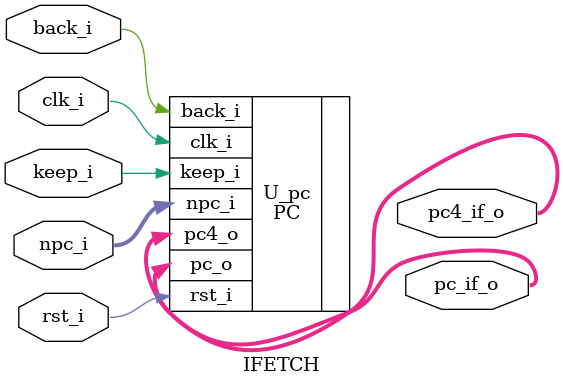
<source format=v>
`timescale 1ns / 1ps
`include "defines.vh"


module IFETCH(
    input  wire         clk_i,
    input  wire         rst_i,
    input  wire [31:0]  npc_i,
    input  wire         back_i,
    input  wire         keep_i,
    output wire [31:0]  pc4_if_o,
    output wire [31:0]  pc_if_o
);


PC U_pc(
    .clk_i(clk_i),
    .rst_i(rst_i),
    .npc_i(npc_i),
    .back_i(back_i),
    .keep_i(keep_i),
    .pc_o(pc_if_o),
    .pc4_o(pc4_if_o)
);




endmodule
</source>
